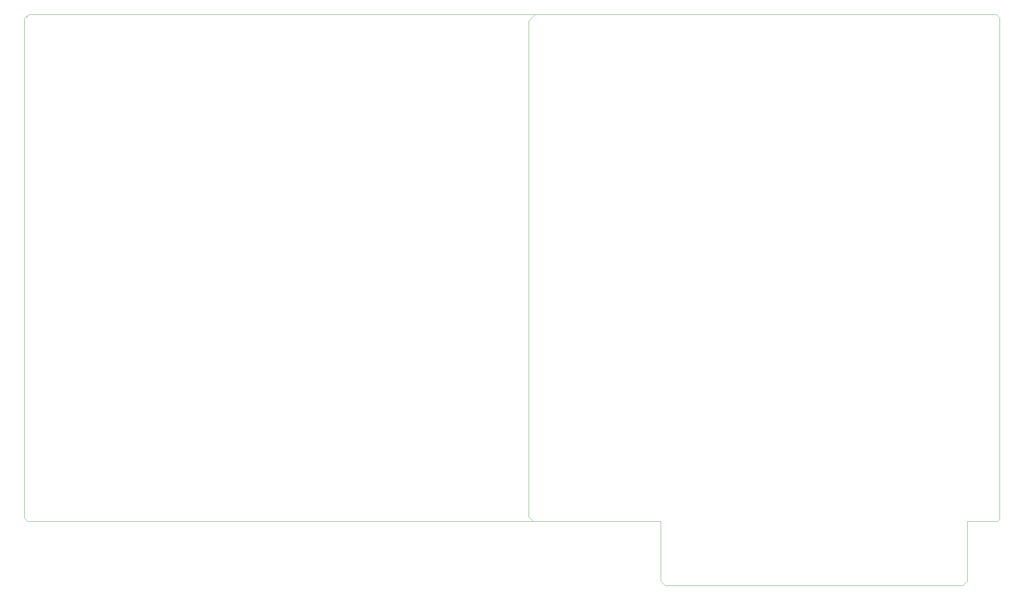
<source format=gko>
G04*
G04 #@! TF.GenerationSoftware,Altium Limited,Altium Designer,23.6.0 (18)*
G04*
G04 Layer_Color=16711935*
%FSLAX44Y44*%
%MOMM*%
G71*
G04*
G04 #@! TF.SameCoordinates,845D1222-F9E4-4124-81B0-03C3B5237010*
G04*
G04*
G04 #@! TF.FilePolarity,Positive*
G04*
G01*
G75*
%ADD11C,0.1000*%
D11*
X1572000Y347000D02*
X1583000Y336000D01*
X1572000Y1569000D02*
X1572000Y347000D01*
X1572000Y1569000D02*
X1588000Y1585000D01*
X2641000Y178000D02*
X2652000Y189000D01*
Y336250D01*
X1908000Y178000D02*
X2641000D01*
X1897000Y189000D02*
X1908000Y178000D01*
X1897000Y189000D02*
Y336000D01*
X2731500Y341500D02*
Y448750D01*
X2726250Y336250D02*
X2731500Y341500D01*
X2723875Y336250D02*
X2726250D01*
X2652000D02*
X2682375D01*
X2723875D01*
X2731500Y1577500D02*
X2731500Y448750D01*
X2724000Y1585000D02*
X2731500Y1577500D01*
X331500Y1574500D02*
X342000Y1585000D01*
X2724000D01*
X339000Y336000D02*
X1897000D01*
X331500Y343500D02*
X339000Y336000D01*
X331500Y343500D02*
Y1574500D01*
M02*

</source>
